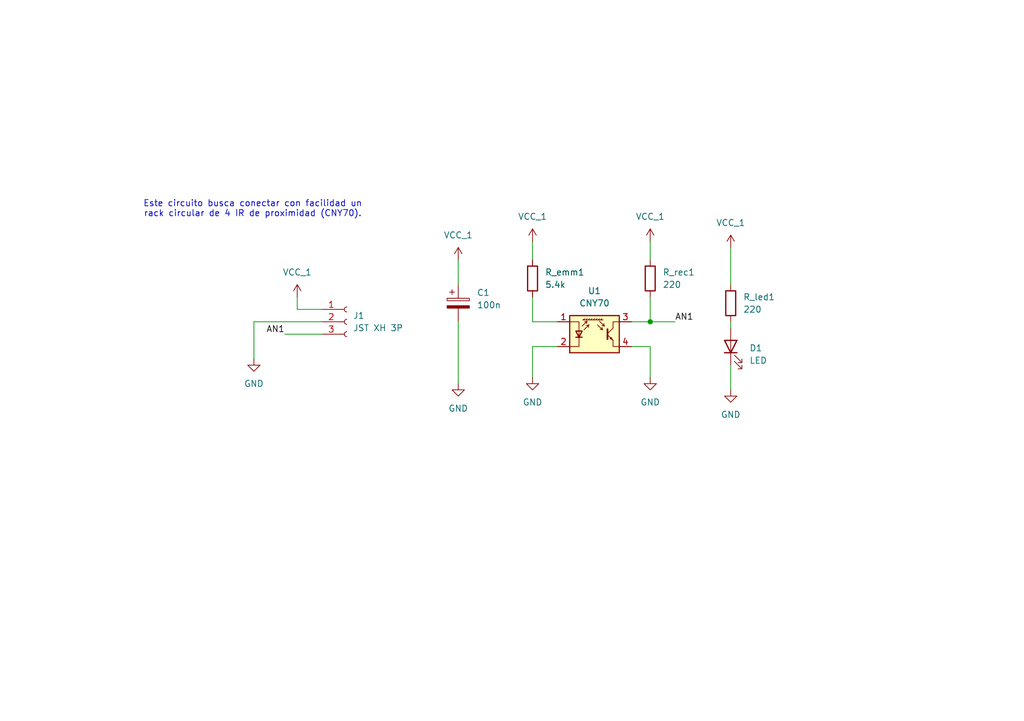
<source format=kicad_sch>
(kicad_sch (version 20250114) (generator "eeschema") (generator_version "9.0")
  (paper "A5")
  (title_block (title "Anillo Rack de IR CNY70 con salida JST individual") (date "2025-06-29") (rev "2") (company "RUSMED") (comment 1 "Modelo simplificado de anillo completo. "))
  (lib_symbols
    (symbol "Connector:Conn_01x03_Socket" (pin_names (offset 1.016) (hide yes))
      (property "Reference" "J" (at 0 5.08 0))
      (property "Value" "Conn_01x03_Socket" (at 0 -5.08 0))
      (symbol "Conn_01x03_Socket_1_1"
        (polyline (pts (xy -1.27 2.54) (xy -0.508 2.54)) (stroke (width 0.1524)))
        (polyline (pts (xy -1.27 0) (xy -0.508 0)) (stroke (width 0.1524)))
        (polyline (pts (xy -1.27 -2.54) (xy -0.508 -2.54)) (stroke (width 0.1524)))
        (arc (start 0 2.032) (mid -0.5058 2.54) (end 0 3.048) (stroke (width 0.1524)))
        (arc (start 0 -0.508) (mid -0.5058 0) (end 0 0.508) (stroke (width 0.1524)))
        (arc (start 0 -3.048) (mid -0.5058 -2.54) (end 0 -2.032) (stroke (width 0.1524)))
        (pin passive line (at -5.08 2.54 0) (length 3.81) (name "Pin_1") (number "1"))
        (pin passive line (at -5.08 0 0) (length 3.81) (name "Pin_2") (number "2"))
        (pin passive line (at -5.08 -2.54 0) (length 3.81) (name "Pin_3") (number "3"))
      )
    )
    (symbol "Device:C_Polarized" (pin_numbers (hide yes)) (pin_names (offset 0.254))
      (property "Reference" "C" (at 0.635 2.54 0))
      (property "Value" "C_Polarized" (at 0.635 -2.54 0))
      (symbol "C_Polarized_0_1"
        (rectangle (start -2.286 0.508) (end 2.286 1.016))
        (polyline (pts (xy -1.778 2.286) (xy -0.762 2.286)))
        (polyline (pts (xy -1.27 2.794) (xy -1.27 1.778)))
        (rectangle (start 2.286 -0.508) (end -2.286 -1.016) (fill (type outline)))
      )
      (symbol "C_Polarized_1_1"
        (pin passive line (at 0 3.81 270) (length 2.794) (name "~") (number "1"))
        (pin passive line (at 0 -3.81 90) (length 2.794) (name "~") (number "2"))
      )
    )
    (symbol "Device:LED" (pin_numbers (hide yes)) (pin_names (offset 1.016) (hide yes))
      (property "Reference" "D" (at 0 2.54 0))
      (property "Value" "LED" (at 0 -2.54 0))
      (symbol "LED_0_1"
        (polyline (pts (xy -3.048 -0.762) (xy -4.572 -2.286) (xy -3.81 -2.286) (xy -4.572 -2.286) (xy -4.572 -1.524)))
        (polyline (pts (xy -1.778 -0.762) (xy -3.302 -2.286) (xy -2.54 -2.286) (xy -3.302 -2.286) (xy -3.302 -1.524)))
        (polyline (pts (xy -1.27 0) (xy 1.27 0)))
        (polyline (pts (xy -1.27 -1.27) (xy -1.27 1.27)) (stroke (width 0.254)))
        (polyline (pts (xy 1.27 -1.27) (xy 1.27 1.27) (xy -1.27 0) (xy 1.27 -1.27)) (stroke (width 0.254)))
      )
      (symbol "LED_1_1"
        (pin passive line (at -3.81 0 0) (length 2.54) (name "K") (number "1"))
        (pin passive line (at 3.81 0 180) (length 2.54) (name "A") (number "2"))
      )
    )
    (symbol "Device:R" (pin_numbers (hide yes)) (pin_names (offset 0))
      (property "Reference" "R" (at 2.032 0 90))
      (property "Value" "R" (at 0 0 90))
      (symbol "R_0_1"
        (rectangle (start -1.016 -2.54) (end 1.016 2.54) (stroke (width 0.254)))
      )
      (symbol "R_1_1"
        (pin passive line (at 0 3.81 270) (length 1.27) (name "~") (number "1"))
        (pin passive line (at 0 -3.81 90) (length 1.27) (name "~") (number "2"))
      )
    )
    (symbol "Sensor_Proximity:CNY70" (pin_names (offset 1.016) (hide yes))
      (property "Reference" "U" (at -5.08 5.08 0))
      (property "Value" "CNY70" (at 5.08 5.08 0))
      (symbol "CNY70_0_1"
        (polyline (pts (xy -5.08 -2.54) (xy -3.175 -2.54) (xy -3.175 2.54) (xy -5.08 2.54)))
        (polyline (pts (xy -5.08 -3.81) (xy 5.08 -3.81) (xy 5.08 3.81) (xy -5.08 3.81) (xy -5.08 -3.81)) (stroke (width 0.254)) (fill (type background)))
        (polyline (pts (xy -3.81 -0.635) (xy -2.54 -0.635)) (stroke (width 0.254)))
        (polyline (pts (xy -3.175 -0.635) (xy -3.81 0.635) (xy -2.54 0.635) (xy -3.175 -0.635)) (stroke (width 0.254)))
        (polyline (pts (xy -2.54 1.651) (xy -1.524 2.667) (xy -2.032 2.54)))
        (polyline (pts (xy -2.286 2.921) (xy -2.032 3.175)))
        (polyline (pts (xy -2.159 0.889) (xy -1.143 1.905) (xy -1.651 1.778)))
        (polyline (pts (xy -1.778 2.921) (xy -1.524 3.175)))
        (polyline (pts (xy -1.524 2.667) (xy -1.651 2.159)))
        (polyline (pts (xy -1.27 2.921) (xy -1.016 3.175)))
        (polyline (pts (xy -1.143 1.905) (xy -1.27 1.397)))
        (polyline (pts (xy -0.762 2.921) (xy -0.508 3.175)))
        (polyline (pts (xy -0.254 2.921) (xy 0 3.175)))
        (polyline (pts (xy 0.254 2.921) (xy 0.508 3.175)))
        (polyline (pts (xy 0.635 1.905) (xy 1.651 0.889) (xy 1.524 1.397)))
        (polyline (pts (xy 0.762 2.921) (xy 1.016 3.175)))
        (polyline (pts (xy 1.016 2.667) (xy 2.032 1.651) (xy 1.905 2.159)))
        (polyline (pts (xy 1.27 2.921) (xy 1.524 3.175)))
        (polyline (pts (xy 1.651 0.889) (xy 1.143 1.016)))
        (polyline (pts (xy 1.778 2.921) (xy -2.413 2.921)))
        (polyline (pts (xy 2.032 1.651) (xy 1.524 1.778)))
        (polyline (pts (xy 2.667 1.016) (xy 2.667 -1.016) (xy 2.667 -1.016)) (stroke (width 0.3556)))
        (polyline (pts (xy 2.667 0.127) (xy 3.81 1.27)))
        (polyline (pts (xy 2.667 -0.127) (xy 3.81 -1.27)))
        (polyline (pts (xy 3.683 -1.143) (xy 3.429 -0.635) (xy 3.175 -0.889) (xy 3.683 -1.143)))
        (polyline (pts (xy 3.81 1.27) (xy 3.81 2.54) (xy 5.08 2.54)))
        (polyline (pts (xy 3.81 -1.27) (xy 3.81 -2.54) (xy 5.08 -2.54)))
      )
      (symbol "CNY70_1_1"
        (pin passive line (at -7.62 2.54 0) (length 2.54) (name "A") (number "1"))
        (pin passive line (at -7.62 -2.54 0) (length 2.54) (name "K") (number "2"))
        (pin open_collector line (at 7.62 2.54 180) (length 2.54) (name "C") (number "3"))
        (pin open_emitter line (at 7.62 -2.54 180) (length 2.54) (name "E") (number "4"))
      )
    )
    (symbol "power:GND" (power) (pin_numbers (hide yes)) (pin_names (offset 0) (hide yes))
      (property "Value" "GND" (at 0 -3.81 0))
      (symbol "GND_0_1"
        (polyline (pts (xy 0 0) (xy 0 -1.27) (xy 1.27 -1.27) (xy 0 -2.54) (xy -1.27 -1.27) (xy 0 -1.27)))
      )
      (symbol "GND_1_1"
        (pin power_in line (at 0 0 270) (length 0) (name "~") (number "1"))
      )
    )
    (symbol "power:GND1" (power) (pin_numbers (hide yes)) (pin_names (offset 0) (hide yes))
      (property "Value" "GND1" (at 0 -3.81 0))
      (symbol "GND1_0_1"
        (polyline (pts (xy 0 0) (xy 0 -1.27) (xy 1.27 -1.27) (xy 0 -2.54) (xy -1.27 -1.27) (xy 0 -1.27)))
      )
      (symbol "GND1_1_1"
        (pin power_in line (at 0 0 270) (length 0) (name "~") (number "1"))
      )
    )
    (symbol "power:VCC" (power) (pin_numbers (hide yes)) (pin_names (offset 0) (hide yes))
      (property "Value" "VCC" (at 0 3.556 0))
      (symbol "VCC_0_1"
        (polyline (pts (xy -0.762 1.27) (xy 0 2.54)))
        (polyline (pts (xy 0 2.54) (xy 0.762 1.27)))
        (polyline (pts (xy 0 0) (xy 0 2.54)))
      )
      (symbol "VCC_1_1"
        (pin power_in line (at 0 0 90) (length 0) (name "~") (number "1"))
      )
    )
  )
  (text "Este circuito busca conectar con facilidad un \nrack circular de 4 IR de proximidad (CNY70). " (at 52.324 42.926 0) (effects (font (size 1.27 1.27))))
  (junction (at 133.35 66.04))
  (wire (pts (xy 60.96 63.5) (xy 66.04 63.5)))
  (wire (pts (xy 129.54 66.04) (xy 133.35 66.04)))
  (wire (pts (xy 52.07 73.66) (xy 52.07 66.04)))
  (wire (pts (xy 93.98 53.34) (xy 93.98 58.42)))
  (wire (pts (xy 52.07 66.04) (xy 66.04 66.04)))
  (wire (pts (xy 133.35 71.12) (xy 133.35 77.47)))
  (wire (pts (xy 133.35 66.04) (xy 133.35 60.96)))
  (wire (pts (xy 129.54 71.12) (xy 133.35 71.12)))
  (wire (pts (xy 133.35 66.04) (xy 138.43 66.04)))
  (wire (pts (xy 133.35 49.53) (xy 133.35 53.34)))
  (wire (pts (xy 149.86 74.93) (xy 149.86 80.01)))
  (wire (pts (xy 149.86 50.8) (xy 149.86 58.42)))
  (wire (pts (xy 93.98 66.04) (xy 93.98 78.74)))
  (wire (pts (xy 109.22 49.53) (xy 109.22 53.34)))
  (wire (pts (xy 114.3 66.04) (xy 109.22 66.04)))
  (wire (pts (xy 149.86 66.04) (xy 149.86 67.31)))
  (wire (pts (xy 58.42 68.58) (xy 66.04 68.58)))
  (wire (pts (xy 109.22 77.47) (xy 109.22 71.12)))
  (wire (pts (xy 109.22 71.12) (xy 114.3 71.12)))
  (wire (pts (xy 109.22 66.04) (xy 109.22 60.96)))
  (wire (pts (xy 60.96 60.96) (xy 60.96 63.5)))
  (label "AN1" (at 58.42 68.58 180))
  (label "AN1" (at 138.43 66.04 0))
  (symbol (lib_id "Device:R") (at 149.86 62.23 0) (unit 1)
    (property "Reference" "R_led1" (at 152.4 60.9599 0) (effects (justify left)))
    (property "Value" "220" (at 152.4 63.4999 0) (effects (justify left)))
    (property "Footprint" "Resistor_SMD:R_1206_3216Metric" (effects (hide yes)))
    (property "Description" "Resistor" (effects (hide yes)))
  )
  (symbol (lib_id "Device:LED") (at 149.86 71.12 90) (unit 1)
    (property "Reference" "D1" (at 153.67 71.4374 90) (effects (justify right)))
    (property "Value" "LED" (at 153.67 73.9774 90) (effects (justify right)))
    (property "Footprint" "LED_SMD:LED_1210_3225Metric_Pad1.42x2.65mm_HandSolder" (effects (hide yes)))
    (property "Description" "Light emitting diode" (effects (hide yes)))
    (property "Sim.Pins" "1=K 2=A" (effects (hide yes)))
  )
  (symbol (lib_id "power:GND") (at 133.35 77.47 0) (unit 1)
    (property "Reference" "#PWR014" (effects (hide yes)))
    (property "Value" "GND" (at 133.35 82.55 0))
    (property "Description" "Power symbol creates a global label with name \"GND\" , ground" (effects (hide yes)))
  )
  (symbol (lib_id "Sensor_Proximity:CNY70") (at 121.92 68.58 0) (unit 1)
    (property "Reference" "U1" (at 121.92 59.69 0))
    (property "Value" "CNY70" (at 121.92 62.23 0))
    (property "Footprint" "OptoDevice:Vishay_CNY70" (effects (hide yes)))
    (property "Datasheet" "https://www.vishay.com/docs/83751/cny70.pdf" (effects (hide yes)))
    (property "Description" "Reflective Optical Sensor with Transistor Output" (effects (hide yes)))
  )
  (symbol (lib_id "power:VCC") (at 109.22 49.53 0) (unit 1)
    (property "Reference" "#PWR09" (effects (hide yes)))
    (property "Value" "VCC_1" (at 109.22 44.45 0))
    (property "Description" "Power symbol creates a global label with name \"VCC\"" (effects (hide yes)))
  )
  (symbol (lib_id "power:GND") (at 149.86 80.01 0) (unit 1)
    (property "Reference" "#PWR018" (effects (hide yes)))
    (property "Value" "GND" (at 149.86 85.09 0))
    (property "Description" "Power symbol creates a global label with name \"GND\" , ground" (effects (hide yes)))
  )
  (symbol (lib_id "power:GND1") (at 52.07 73.66 0) (unit 1)
    (property "Reference" "#PWR02" (effects (hide yes)))
    (property "Value" "GND" (at 52.07 78.74 0))
    (property "Description" "Power symbol creates a global label with name \"GND1\" , ground" (effects (hide yes)))
  )
  (symbol (lib_id "power:VCC") (at 149.86 50.8 0) (unit 1)
    (property "Reference" "#PWR017" (effects (hide yes)))
    (property "Value" "VCC_1" (at 149.86 45.72 0))
    (property "Description" "Power symbol creates a global label with name \"VCC\"" (effects (hide yes)))
  )
  (symbol (lib_id "power:GND") (at 109.22 77.47 0) (unit 1)
    (property "Reference" "#PWR010" (effects (hide yes)))
    (property "Value" "GND" (at 109.22 82.55 0))
    (property "Description" "Power symbol creates a global label with name \"GND\" , ground" (effects (hide yes)))
  )
  (symbol (lib_id "Device:R") (at 133.35 57.15 0) (unit 1)
    (property "Reference" "R_rec1" (at 135.89 55.8799 0) (effects (justify left)))
    (property "Value" "220" (at 135.89 58.4199 0) (effects (justify left)))
    (property "Footprint" "Resistor_SMD:R_1206_3216Metric" (effects (hide yes)))
    (property "Description" "Resistor" (effects (hide yes)))
  )
  (symbol (lib_id "power:VCC") (at 93.98 53.34 0) (unit 1)
    (property "Reference" "#PWR05" (effects (hide yes)))
    (property "Value" "VCC_1" (at 93.98 48.26 0))
    (property "Description" "Power symbol creates a global label with name \"VCC\"" (effects (hide yes)))
  )
  (symbol (lib_id "power:VCC") (at 133.35 49.53 0) (unit 1)
    (property "Reference" "#PWR013" (effects (hide yes)))
    (property "Value" "VCC_1" (at 133.35 44.45 0))
    (property "Description" "Power symbol creates a global label with name \"VCC\"" (effects (hide yes)))
  )
  (symbol (lib_id "Connector:Conn_01x03_Socket") (at 71.12 66.04 0) (unit 1)
    (property "Reference" "J1" (at 72.39 64.7699 0) (effects (justify left)))
    (property "Value" "JST XH 3P" (at 72.39 67.3099 0) (effects (justify left)))
    (property "Footprint" "Connector_JST:JST_XH_B3B-XH-A_1x03_P2.50mm_Vertical" (effects (hide yes)))
    (property "Description" "Generic connector, single row, 01x03, script generated" (effects (hide yes)))
  )
  (symbol (lib_id "power:GND") (at 93.98 78.74 0) (unit 1)
    (property "Reference" "#PWR06" (effects (hide yes)))
    (property "Value" "GND" (at 93.98 83.82 0))
    (property "Description" "Power symbol creates a global label with name \"GND\" , ground" (effects (hide yes)))
  )
  (symbol (lib_id "power:VCC") (at 60.96 60.96 0) (unit 1)
    (property "Reference" "#PWR01" (effects (hide yes)))
    (property "Value" "VCC_1" (at 60.96 55.88 0))
    (property "Description" "Power symbol creates a global label with name \"VCC\"" (effects (hide yes)))
  )
  (symbol (lib_id "Device:C_Polarized") (at 93.98 62.23 0) (unit 1)
    (property "Reference" "C1" (at 97.79 60.0709 0) (effects (justify left)))
    (property "Value" "100n" (at 97.79 62.6109 0) (effects (justify left)))
    (property "Footprint" "Capacitor_SMD:CP_Elec_6.3x4.9" (effects (hide yes)))
    (property "Description" "Polarized capacitor" (effects (hide yes)))
  )
  (symbol (lib_id "Device:R") (at 109.22 57.15 0) (unit 1)
    (property "Reference" "R_emm1" (at 111.76 55.8799 0) (effects (justify left)))
    (property "Value" "5.4k" (at 111.76 58.4199 0) (effects (justify left)))
    (property "Footprint" "Resistor_SMD:R_1206_3216Metric" (effects (hide yes)))
    (property "Description" "Resistor" (effects (hide yes)))
  )
)
</source>
